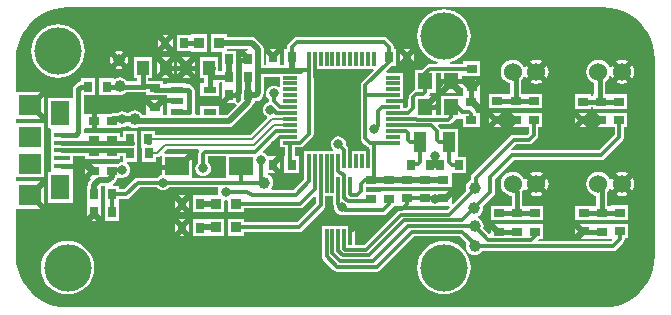
<source format=gtl>
G04 Layer_Physical_Order=1*
G04 Layer_Color=255*
%FSLAX25Y25*%
%MOIN*%
G70*
G01*
G75*
%ADD10R,0.07874X0.06299*%
%ADD11R,0.01181X0.04724*%
%ADD12R,0.04724X0.01181*%
%ADD13R,0.01181X0.05512*%
%ADD14R,0.04724X0.05512*%
%ADD15R,0.03937X0.07087*%
%ADD16R,0.04331X0.02362*%
%ADD17C,0.03937*%
%ADD18R,0.05315X0.01575*%
%ADD19R,0.06299X0.08268*%
%ADD20R,0.07480X0.07087*%
%ADD21R,0.03937X0.05118*%
%ADD22R,0.03543X0.02756*%
%ADD23R,0.02756X0.03543*%
%ADD24R,0.03347X0.03740*%
%ADD25C,0.01575*%
%ADD26C,0.01772*%
%ADD27C,0.01181*%
%ADD28C,0.01968*%
%ADD29C,0.01500*%
%ADD30C,0.03543*%
%ADD31C,0.00787*%
%ADD32R,0.01460X0.00532*%
%ADD33C,0.06000*%
%ADD34C,0.15748*%
%ADD35C,0.03150*%
%ADD36C,0.02362*%
G36*
X180783Y86641D02*
X182989Y86202D01*
X185120Y85479D01*
X187138Y84483D01*
X189009Y83233D01*
X190701Y81750D01*
X192184Y80058D01*
X193434Y78187D01*
X194429Y76169D01*
X195153Y74039D01*
X195592Y71832D01*
X195735Y69640D01*
X195725Y69587D01*
Y3937D01*
X195735Y3884D01*
X195592Y1692D01*
X195153Y-515D01*
X194429Y-2646D01*
X193434Y-4664D01*
X192184Y-6535D01*
X190701Y-8226D01*
X189009Y-9710D01*
X187138Y-10960D01*
X185120Y-11955D01*
X182989Y-12678D01*
X180783Y-13117D01*
X178591Y-13261D01*
X178537Y-13250D01*
X0D01*
X-53Y-13261D01*
X-2245Y-13117D01*
X-4452Y-12678D01*
X-6583Y-11955D01*
X-8601Y-10960D01*
X-10472Y-9710D01*
X-12163Y-8226D01*
X-13647Y-6535D01*
X-14897Y-4664D01*
X-15892Y-2646D01*
X-16615Y-515D01*
X-17054Y1692D01*
X-17198Y3884D01*
X-17187Y3937D01*
Y19669D01*
X-9174D01*
X-13010Y23505D01*
X-12303Y24213D01*
X-13010Y24920D01*
X-9174Y28756D01*
X-17187D01*
Y30102D01*
X-7760D01*
Y39158D01*
Y48244D01*
X-17187D01*
Y49591D01*
X-9174D01*
X-13010Y53427D01*
X-12303Y54134D01*
X-13010Y54841D01*
X-9174Y58677D01*
X-17187D01*
Y69587D01*
X-17198Y69640D01*
X-17054Y71832D01*
X-16615Y74039D01*
X-15892Y76169D01*
X-14897Y78187D01*
X-13647Y80058D01*
X-12163Y81750D01*
X-10472Y83233D01*
X-8601Y84483D01*
X-6583Y85479D01*
X-4452Y86202D01*
X-2245Y86641D01*
X-53Y86785D01*
X0Y86774D01*
X178537D01*
X178591Y86785D01*
X180783Y86641D01*
D02*
G37*
%LPC*%
G36*
X143307Y48232D02*
X141950Y46874D01*
X144665D01*
X143307Y48232D01*
D02*
G37*
G36*
X171803Y48159D02*
X170446Y46802D01*
X173161D01*
X171803Y48159D01*
D02*
G37*
G36*
X169032Y50143D02*
Y48216D01*
X169995Y49180D01*
X169032Y50143D01*
D02*
G37*
G36*
X175084Y50117D02*
Y48190D01*
X176048Y49154D01*
X175084Y50117D01*
D02*
G37*
G36*
X5890Y33287D02*
Y31359D01*
X6854Y32323D01*
X5890Y33287D01*
D02*
G37*
G36*
X188309Y30005D02*
X186257Y27953D01*
X188309Y25900D01*
X188337Y25936D01*
X188740Y26908D01*
X188877Y27953D01*
X188740Y28997D01*
X188337Y29970D01*
X188309Y30005D01*
D02*
G37*
G36*
X159766D02*
X157713Y27953D01*
X159766Y25900D01*
X159793Y25936D01*
X160196Y26908D01*
X160334Y27953D01*
X160196Y28997D01*
X159793Y29970D01*
X159766Y30005D01*
D02*
G37*
G36*
X184843Y31987D02*
X183798Y31850D01*
X182825Y31447D01*
X182790Y31420D01*
X184843Y29367D01*
X186895Y31420D01*
X186860Y31447D01*
X185887Y31850D01*
X184843Y31987D01*
D02*
G37*
G36*
X156299D02*
X155255Y31850D01*
X154282Y31447D01*
X154247Y31420D01*
X156299Y29367D01*
X158352Y31420D01*
X158317Y31447D01*
X157343Y31850D01*
X156299Y31987D01*
D02*
G37*
G36*
X174575Y50143D02*
X173611Y49180D01*
X174575Y48216D01*
Y50143D01*
D02*
G37*
G36*
X144665Y51630D02*
X141950D01*
X143307Y50273D01*
X144665Y51630D01*
D02*
G37*
G36*
X173161Y51558D02*
X170446D01*
X171803Y50200D01*
X173161Y51558D01*
D02*
G37*
G36*
X125394Y86082D02*
X123654Y85911D01*
X121981Y85404D01*
X120440Y84579D01*
X119088Y83471D01*
X117980Y82119D01*
X117156Y80578D01*
X116648Y78905D01*
X116477Y77165D01*
X116648Y75426D01*
X117156Y73753D01*
X117980Y72211D01*
X119088Y70860D01*
X120440Y69751D01*
X121981Y68927D01*
X123326Y68519D01*
X123252Y68019D01*
X120827D01*
X120206Y67896D01*
X119680Y67544D01*
X118145Y66009D01*
X118047Y65862D01*
X115929D01*
Y59427D01*
X115654Y59372D01*
X115127Y59021D01*
X114109Y58003D01*
X113758Y57476D01*
X113634Y56856D01*
Y53964D01*
X112867Y53197D01*
X111728D01*
Y57858D01*
Y61795D01*
Y64976D01*
X106407D01*
X106216Y65438D01*
X108085Y67307D01*
X109406D01*
Y72850D01*
X108649D01*
Y73681D01*
X108526Y74302D01*
X108174Y74828D01*
X106462Y76540D01*
X105936Y76892D01*
X105315Y77015D01*
X76476D01*
X75856Y76892D01*
X75330Y76540D01*
X73519Y74729D01*
X73167Y74203D01*
X73044Y73583D01*
Y72850D01*
X72287D01*
Y67710D01*
X70823D01*
Y71436D01*
X69152Y69765D01*
X68445Y70472D01*
X67738Y69765D01*
X66067Y71436D01*
Y67710D01*
X65409D01*
Y72933D01*
X65255Y73707D01*
X64816Y74364D01*
X62848Y76332D01*
X62191Y76771D01*
X61417Y76925D01*
X53067D01*
Y77772D01*
X47721D01*
Y72031D01*
X51500D01*
Y66815D01*
X51500D01*
X51500Y66354D01*
X51500D01*
Y65405D01*
X50193D01*
Y70291D01*
X44256D01*
Y63173D01*
X45510D01*
Y61491D01*
X44276D01*
Y57129D01*
X50606D01*
Y61491D01*
X50995Y61760D01*
X51500D01*
Y60850D01*
X51500Y60811D01*
Y60350D01*
X51500Y60311D01*
Y56221D01*
X53171Y57892D01*
X54585Y56478D01*
X52914Y54807D01*
X55766D01*
X55938Y54807D01*
X56322Y54374D01*
X56317Y54257D01*
X53001Y50940D01*
X50606D01*
Y54011D01*
X44276D01*
Y50940D01*
X42740D01*
X42356Y51440D01*
X42434Y51830D01*
Y58898D01*
X42287Y59634D01*
X41871Y60258D01*
X41459Y60670D01*
X40835Y61087D01*
X40099Y61233D01*
X39583D01*
Y61491D01*
X33252D01*
Y61133D01*
X31807D01*
Y62197D01*
X28227D01*
X28031Y62236D01*
X28031Y62236D01*
X26842D01*
Y63173D01*
X27988D01*
Y70291D01*
X22051D01*
Y63173D01*
X23197D01*
Y62157D01*
X19742D01*
X19440Y62550D01*
X18820Y63026D01*
X18098Y63325D01*
X17323Y63427D01*
X16548Y63325D01*
X15870Y63044D01*
X15370Y63106D01*
Y63106D01*
X10614D01*
Y57563D01*
X15370D01*
Y57625D01*
X15504Y57690D01*
X15870Y57822D01*
X16548Y57541D01*
X17323Y57439D01*
X18098Y57541D01*
X18820Y57840D01*
X19440Y58316D01*
X19591Y58512D01*
X24496D01*
X25000Y58412D01*
X25736Y58558D01*
X25764Y58577D01*
X26264Y58478D01*
Y57441D01*
X31807D01*
Y57488D01*
X33252D01*
Y53389D01*
Y50940D01*
X32191D01*
X31807Y51221D01*
X31807Y51440D01*
Y54562D01*
X30136Y52891D01*
X29035Y53992D01*
X27935Y52891D01*
X26264Y54562D01*
Y51440D01*
X26264Y51221D01*
X25880Y50940D01*
X24909D01*
X24460Y51527D01*
X23840Y52002D01*
X23118Y52302D01*
X22343Y52404D01*
X21568Y52302D01*
X20845Y52002D01*
X20225Y51527D01*
X19735Y51657D01*
X19606Y51757D01*
X18979Y52016D01*
X18307Y52105D01*
X17635Y52016D01*
X17009Y51757D01*
X16714Y51531D01*
X15295D01*
X14521Y51377D01*
X14340Y51256D01*
X11933D01*
X11894Y51256D01*
X11433D01*
X11394Y51256D01*
X5964D01*
X5890Y51256D01*
X5464Y51436D01*
Y57563D01*
X9150D01*
Y63106D01*
X4394D01*
Y62123D01*
X3867Y62018D01*
X3276Y61623D01*
X3276Y61623D01*
X2353Y60701D01*
X1958Y60110D01*
X1819Y59412D01*
X1819Y59412D01*
Y57155D01*
X1689Y56709D01*
X1319Y56709D01*
X-6610D01*
Y46441D01*
X-5959D01*
X-5626Y46079D01*
X-5626Y45941D01*
Y42504D01*
Y39945D01*
Y37386D01*
Y34827D01*
Y32405D01*
X-5626Y32268D01*
X-5959Y31905D01*
X-6610D01*
Y21638D01*
X1689D01*
Y31768D01*
X1689Y31905D01*
Y32268D01*
X1689Y32405D01*
Y37389D01*
X5169D01*
X5179Y37387D01*
X5189Y37389D01*
X5890D01*
Y36165D01*
X11433D01*
Y36165D01*
X11894D01*
Y36165D01*
X17437D01*
Y37389D01*
X18429D01*
Y35664D01*
X18332Y35277D01*
X18005Y35136D01*
X17635Y35087D01*
X17009Y34828D01*
X16843Y34701D01*
X11894D01*
Y34701D01*
X11433D01*
Y34701D01*
X7304D01*
X8975Y33030D01*
X8268Y32323D01*
X8975Y31616D01*
X7304Y29945D01*
X7631D01*
X7823Y29483D01*
X7270Y28931D01*
X6832Y28274D01*
X6678Y27500D01*
Y27279D01*
X6323D01*
Y21776D01*
X6323Y21736D01*
Y21276D01*
X6323Y21236D01*
Y17146D01*
X7994Y18817D01*
X8701Y18110D01*
X9408Y18817D01*
X11079Y17146D01*
Y21236D01*
X11079Y21276D01*
Y21736D01*
X11079Y21776D01*
Y27017D01*
X11173Y27111D01*
X12543D01*
Y21736D01*
X12543D01*
Y21276D01*
X12543D01*
Y15732D01*
X17299D01*
Y21276D01*
X17299D01*
Y21736D01*
X17299D01*
Y22857D01*
X19488D01*
X20109Y22980D01*
X20635Y23332D01*
X24056Y26753D01*
X29867D01*
X30053Y26510D01*
X30591Y26097D01*
X31218Y25838D01*
X31890Y25749D01*
X32562Y25838D01*
X33188Y26097D01*
X33726Y26510D01*
X33913Y26753D01*
X50013D01*
X50308Y26253D01*
X50149Y25869D01*
X50060Y25197D01*
X50122Y24728D01*
X49787Y24228D01*
X46736D01*
Y24228D01*
X46630Y24130D01*
X41874D01*
Y18587D01*
X46630D01*
X46736Y18488D01*
Y18488D01*
X52083D01*
Y22296D01*
X52459Y22626D01*
X52658Y22600D01*
X52929Y22636D01*
X53429Y22212D01*
Y18488D01*
X58776D01*
Y19737D01*
X77559D01*
X78180Y19860D01*
X78706Y20211D01*
X82267Y23773D01*
X82729Y23581D01*
Y21439D01*
X76395Y15106D01*
X58776D01*
Y16354D01*
X53429D01*
Y10614D01*
X58776D01*
Y11863D01*
X77067D01*
X77688Y11986D01*
X78214Y12337D01*
X85497Y19621D01*
X85849Y20147D01*
X85972Y20768D01*
Y23803D01*
X88634D01*
Y21358D01*
X88758Y20738D01*
X88899Y20526D01*
X88840Y20079D01*
X88929Y19407D01*
X89188Y18780D01*
X89601Y18242D01*
X90139Y17830D01*
X90765Y17570D01*
X91437Y17482D01*
X92109Y17570D01*
X92212Y17613D01*
X92421Y17571D01*
X105118D01*
X105739Y17695D01*
X106265Y18046D01*
X108430Y20212D01*
X108726Y20653D01*
X110032D01*
X110055Y20653D01*
X110539Y20693D01*
X116020D01*
X116059Y20693D01*
X116520Y20693D01*
X116559Y20693D01*
X122024D01*
X122063Y20693D01*
X122524Y20693D01*
X122563Y20693D01*
X127293D01*
X127485Y20231D01*
X126581Y19327D01*
X111308D01*
X110687Y19204D01*
X110161Y18852D01*
X98935Y7626D01*
X95784D01*
Y12578D01*
X94900Y11694D01*
X93815Y12779D01*
Y13438D01*
X94369Y13992D01*
X84728D01*
Y10786D01*
X84697Y10630D01*
Y3740D01*
X84821Y3119D01*
X85172Y2593D01*
X88628Y-862D01*
X89154Y-1214D01*
X89775Y-1338D01*
X103040D01*
X103661Y-1214D01*
X104187Y-862D01*
X115490Y10441D01*
X130770D01*
X132911Y8299D01*
X132771Y7960D01*
X132669Y7185D01*
X132771Y6410D01*
X133070Y5688D01*
X133546Y5068D01*
X134166Y4592D01*
X134888Y4293D01*
X135663Y4191D01*
X136438Y4293D01*
X137160Y4592D01*
X137780Y5068D01*
X138160Y5563D01*
X181693D01*
X182314Y5687D01*
X182840Y6038D01*
X185202Y8400D01*
X185553Y8927D01*
X185677Y9547D01*
Y9768D01*
X186827D01*
Y14524D01*
X181283D01*
Y14520D01*
X180823Y14425D01*
X180783Y14425D01*
X175303D01*
X174819Y14465D01*
X174796Y14465D01*
X170690D01*
X172361Y12794D01*
X171653Y12087D01*
X172361Y11379D01*
X170690Y9709D01*
X174796D01*
X175279Y9669D01*
X175303Y9669D01*
X180823D01*
Y9673D01*
X181283Y9768D01*
X181329Y9768D01*
X181520Y9306D01*
X181021Y8807D01*
X157029D01*
X156838Y9269D01*
X156954Y9385D01*
X157144Y9669D01*
X158579D01*
Y14425D01*
X153035D01*
Y14425D01*
X152575Y14425D01*
Y14425D01*
X147031D01*
Y14425D01*
X146669D01*
Y14425D01*
X142540D01*
X144211Y12754D01*
X142797Y11340D01*
X141126Y13011D01*
Y11481D01*
X140626Y11274D01*
X138576Y13324D01*
X138657Y13943D01*
X138555Y14718D01*
X138256Y15440D01*
X137780Y16060D01*
X137160Y16536D01*
X136769Y16698D01*
Y17239D01*
X137127Y17387D01*
X137747Y17863D01*
X138223Y18483D01*
X138522Y19205D01*
X138624Y19980D01*
X138542Y20599D01*
X141993Y24050D01*
X142345Y24576D01*
X142468Y25197D01*
Y29545D01*
X148802Y35878D01*
X177756D01*
X178376Y36002D01*
X178903Y36353D01*
X185103Y42554D01*
X185455Y43080D01*
X185578Y43701D01*
Y46776D01*
X186630D01*
Y51531D01*
X181127D01*
X181087Y51531D01*
X180627Y51531D01*
X180587Y51531D01*
X176498D01*
X178169Y49861D01*
X177462Y49154D01*
X178169Y48446D01*
X176498Y46776D01*
X180587D01*
X180627Y46776D01*
X181087Y46776D01*
X181127Y46776D01*
X182335D01*
Y44372D01*
X177084Y39122D01*
X148185D01*
X148082Y39251D01*
X147953Y39596D01*
X149451Y41095D01*
X153740D01*
X154361Y41218D01*
X154887Y41570D01*
X156462Y43145D01*
X156813Y43671D01*
X156937Y44291D01*
Y46874D01*
X158087D01*
Y51630D01*
X152611D01*
X152122Y51656D01*
X152054Y51656D01*
X147993D01*
X149664Y49985D01*
X148957Y49278D01*
X149664Y48571D01*
X147993Y46900D01*
X152054D01*
X152543Y46874D01*
X152611Y46874D01*
X153693D01*
Y44963D01*
X153068Y44338D01*
X148779D01*
X148159Y44215D01*
X147633Y43863D01*
X134975Y31206D01*
X134624Y30680D01*
X134500Y30059D01*
Y29306D01*
X134166Y29168D01*
X133546Y28692D01*
X133070Y28072D01*
X132771Y27350D01*
X132669Y26575D01*
X132771Y25800D01*
X132854Y25600D01*
X128529Y21275D01*
X128067Y21466D01*
Y24035D01*
X126396Y22364D01*
X124982Y23778D01*
X126653Y25449D01*
X122563D01*
X122524Y25449D01*
X122063Y25449D01*
X122024Y25449D01*
X116559D01*
X116520Y25449D01*
X116059Y25449D01*
X116020Y25449D01*
X110539D01*
X110516Y25449D01*
X110032Y25409D01*
X104512D01*
Y25409D01*
X104051Y25350D01*
Y25350D01*
X99474D01*
X99358Y25492D01*
Y26815D01*
X104036D01*
X104051Y26815D01*
Y26815D01*
X104512Y26874D01*
Y26874D01*
X110032D01*
X110055Y26874D01*
Y26874D01*
X110516Y26913D01*
Y26913D01*
X116059D01*
Y26913D01*
X116520Y26913D01*
Y26913D01*
X122063D01*
Y26913D01*
X122524Y26913D01*
Y26913D01*
X128067D01*
Y30992D01*
X128094Y31480D01*
X128489Y31480D01*
X132850D01*
Y37024D01*
X130623D01*
X130232Y37287D01*
Y46374D01*
X124441D01*
X124277Y46619D01*
X123581Y47315D01*
X123772Y47777D01*
X126957D01*
X127578Y47900D01*
X128104Y48252D01*
X129100Y49247D01*
X129395Y49689D01*
X131315D01*
Y49689D01*
X131776Y49594D01*
Y46776D01*
X137319D01*
Y51531D01*
X136119D01*
X136046Y51900D01*
X135694Y52426D01*
X135586Y52534D01*
X135777Y52996D01*
X135905D01*
X134234Y54667D01*
X135648Y56081D01*
X137319Y54410D01*
Y57340D01*
X137417Y57799D01*
X137417Y58211D01*
Y61141D01*
X135747Y59470D01*
X134646Y60571D01*
X133545Y59470D01*
X131874Y61141D01*
Y58211D01*
X131776Y57752D01*
X131776Y57296D01*
X131315Y57201D01*
Y57201D01*
X124591D01*
Y51020D01*
X122653D01*
Y55787D01*
X119998Y53131D01*
X118584Y54546D01*
X121239Y57201D01*
X120800D01*
X120562Y57701D01*
X120790Y58041D01*
X120851Y58350D01*
X122653D01*
Y64776D01*
X124591D01*
Y59765D01*
X127246Y62420D01*
X127953Y61713D01*
X128660Y62420D01*
X131315Y59765D01*
Y64776D01*
X131874D01*
Y64020D01*
X137417D01*
Y68776D01*
X131874D01*
Y68019D01*
X127536D01*
X127462Y68519D01*
X128806Y68927D01*
X130348Y69751D01*
X131699Y70860D01*
X132808Y72211D01*
X133632Y73753D01*
X134139Y75426D01*
X134311Y77165D01*
X134139Y78905D01*
X133632Y80578D01*
X132808Y82119D01*
X131699Y83471D01*
X130348Y84579D01*
X128806Y85404D01*
X127133Y85911D01*
X125394Y86082D01*
D02*
G37*
G36*
X-7760Y57263D02*
X-10889Y54134D01*
X-7760Y51005D01*
Y57263D01*
D02*
G37*
G36*
X143307Y49646D02*
X142913Y49252D01*
X143307Y48858D01*
X143701Y49252D01*
X143307Y49646D01*
D02*
G37*
G36*
X140535Y50216D02*
Y48288D01*
X141499Y49252D01*
X140535Y50216D01*
D02*
G37*
G36*
X146079Y50216D02*
X145115Y49252D01*
X146079Y48288D01*
Y50216D01*
D02*
G37*
G36*
X171803Y49573D02*
X171410Y49180D01*
X171803Y48786D01*
X172197Y49180D01*
X171803Y49573D01*
D02*
G37*
G36*
X146579Y50242D02*
Y48314D01*
X147543Y49278D01*
X146579Y50242D01*
D02*
G37*
G36*
X176969Y31987D02*
X175924Y31850D01*
X174951Y31447D01*
X174116Y30806D01*
X173475Y29970D01*
X173072Y28997D01*
X172934Y27953D01*
X173072Y26908D01*
X173475Y25936D01*
X174116Y25100D01*
X174951Y24459D01*
X175924Y24056D01*
X176267Y24011D01*
Y20646D01*
X175279D01*
Y20646D01*
X174819Y20685D01*
Y20685D01*
X174796Y20685D01*
X169276D01*
Y15929D01*
X174819D01*
Y15929D01*
X175279Y15890D01*
Y15890D01*
X175303Y15890D01*
X180823D01*
Y15893D01*
X181283Y15988D01*
Y15988D01*
X186827D01*
Y20744D01*
X181283D01*
Y20741D01*
X180823Y20646D01*
Y20646D01*
X179835D01*
Y25118D01*
X180463Y25936D01*
X180635Y26352D01*
X181176D01*
X181349Y25936D01*
X181376Y25900D01*
X183428Y27953D01*
X181376Y30005D01*
X181349Y29970D01*
X181176Y29554D01*
X180635D01*
X180463Y29970D01*
X179821Y30806D01*
X178986Y31447D01*
X178013Y31850D01*
X176969Y31987D01*
D02*
G37*
G36*
X40409Y14743D02*
X39052Y13386D01*
X40409Y12028D01*
Y14743D01*
D02*
G37*
G36*
X35653Y14743D02*
Y12028D01*
X37011Y13386D01*
X35653Y14743D01*
D02*
G37*
G36*
X38995Y16158D02*
X37068D01*
X38032Y15194D01*
X38995Y16158D01*
D02*
G37*
G36*
X38032Y13780D02*
X37638Y13386D01*
X38032Y12992D01*
X38425Y13386D01*
X38032Y13780D01*
D02*
G37*
G36*
X169276Y13050D02*
Y11123D01*
X170239Y12087D01*
X169276Y13050D01*
D02*
G37*
G36*
X125394Y8917D02*
X123654Y8746D01*
X121981Y8238D01*
X120440Y7414D01*
X119088Y6305D01*
X117980Y4954D01*
X117156Y3412D01*
X116648Y1740D01*
X116477Y0D01*
X116648Y-1740D01*
X117156Y-3412D01*
X117980Y-4954D01*
X119088Y-6305D01*
X120440Y-7414D01*
X121981Y-8238D01*
X123654Y-8746D01*
X125394Y-8917D01*
X127133Y-8746D01*
X128806Y-8238D01*
X130348Y-7414D01*
X131699Y-6305D01*
X132808Y-4954D01*
X133632Y-3412D01*
X134139Y-1740D01*
X134311Y0D01*
X134139Y1740D01*
X133632Y3412D01*
X132808Y4954D01*
X131699Y6305D01*
X130348Y7414D01*
X128806Y8238D01*
X127133Y8746D01*
X125394Y8917D01*
D02*
G37*
G36*
X0D02*
X-1740Y8746D01*
X-3412Y8238D01*
X-4954Y7414D01*
X-6305Y6305D01*
X-7414Y4954D01*
X-8238Y3412D01*
X-8746Y1740D01*
X-8917Y0D01*
X-8746Y-1740D01*
X-8238Y-3412D01*
X-7414Y-4954D01*
X-6305Y-6305D01*
X-4954Y-7414D01*
X-3412Y-8238D01*
X-1740Y-8746D01*
X0Y-8917D01*
X1740Y-8746D01*
X3412Y-8238D01*
X4954Y-7414D01*
X6305Y-6305D01*
X7414Y-4954D01*
X8238Y-3412D01*
X8746Y-1740D01*
X8917Y0D01*
X8746Y1740D01*
X8238Y3412D01*
X7414Y4954D01*
X6305Y6305D01*
X4954Y7414D01*
X3412Y8238D01*
X1740Y8746D01*
X0Y8917D01*
D02*
G37*
G36*
X38032Y11578D02*
X37068Y10614D01*
X38995D01*
X38032Y11578D01*
D02*
G37*
G36*
X52083Y16354D02*
X46736D01*
X46630Y16158D01*
X41874D01*
Y10614D01*
X46630D01*
Y10614D01*
X46736D01*
Y10614D01*
X52083D01*
Y16354D01*
D02*
G37*
G36*
X8701Y16696D02*
X7737Y15732D01*
X9664D01*
X8701Y16696D01*
D02*
G37*
G36*
X156299Y26539D02*
X154247Y24486D01*
X154282Y24459D01*
X155255Y24056D01*
X156299Y23918D01*
X157343Y24056D01*
X158317Y24459D01*
X158352Y24486D01*
X156299Y26539D01*
D02*
G37*
G36*
X38995Y24130D02*
X37068D01*
X38032Y23166D01*
X38995Y24130D01*
D02*
G37*
G36*
X148425Y31987D02*
X147381Y31850D01*
X146408Y31447D01*
X145572Y30806D01*
X144931Y29970D01*
X144528Y28997D01*
X144391Y27953D01*
X144528Y26908D01*
X144931Y25936D01*
X145572Y25100D01*
X146408Y24459D01*
X147381Y24056D01*
X148019Y23972D01*
Y20646D01*
X147031D01*
Y20646D01*
X146669D01*
Y20646D01*
X141126D01*
Y15890D01*
X146669D01*
Y15890D01*
X147031D01*
Y15890D01*
X152575D01*
Y15890D01*
X153035Y15890D01*
Y15890D01*
X158579D01*
Y20646D01*
X153035D01*
Y20646D01*
X152575Y20646D01*
Y20646D01*
X151587D01*
Y25357D01*
X151587Y25357D01*
X151564Y25473D01*
X151919Y25936D01*
X152092Y26352D01*
X152633D01*
X152805Y25936D01*
X152832Y25900D01*
X154885Y27953D01*
X152832Y30005D01*
X152805Y29970D01*
X152633Y29554D01*
X152092D01*
X151919Y29970D01*
X151278Y30806D01*
X150443Y31447D01*
X149469Y31850D01*
X148425Y31987D01*
D02*
G37*
G36*
X184843Y26539D02*
X182790Y24486D01*
X182825Y24459D01*
X183798Y24056D01*
X184843Y23918D01*
X185887Y24056D01*
X186860Y24459D01*
X186895Y24486D01*
X184843Y26539D01*
D02*
G37*
G36*
X-7760Y27342D02*
X-10889Y24213D01*
X-7760Y21083D01*
Y27342D01*
D02*
G37*
G36*
X35653Y22716D02*
Y20001D01*
X37011Y21358D01*
X35653Y22716D01*
D02*
G37*
G36*
X38032Y19550D02*
X37068Y18587D01*
X38995D01*
X38032Y19550D01*
D02*
G37*
G36*
Y21752D02*
X37638Y21358D01*
X38032Y20965D01*
X38425Y21358D01*
X38032Y21752D01*
D02*
G37*
G36*
X40409Y22716D02*
X39052Y21358D01*
X40409Y20001D01*
Y22716D01*
D02*
G37*
G36*
X30393Y55976D02*
X27678D01*
X29035Y54619D01*
X30393Y55976D01*
D02*
G37*
G36*
X14440Y70563D02*
X14234Y70066D01*
X14132Y69291D01*
X14234Y68516D01*
X14440Y68019D01*
X15712Y69291D01*
X14440Y70563D01*
D02*
G37*
G36*
X19812D02*
X18540Y69291D01*
X19812Y68019D01*
X20018Y68516D01*
X20120Y69291D01*
X20018Y70066D01*
X19812Y70563D01*
D02*
G37*
G36*
X110870Y71436D02*
Y68721D01*
X112227Y70079D01*
X110870Y71436D01*
D02*
G37*
G36*
X34212Y70291D02*
X31103D01*
X32658Y68737D01*
X34212Y70291D01*
D02*
G37*
G36*
X115626Y71436D02*
X114269Y70079D01*
X115626Y68721D01*
Y71436D01*
D02*
G37*
G36*
X17126Y67877D02*
X15854Y66605D01*
X16351Y66399D01*
X17126Y66297D01*
X17901Y66399D01*
X18398Y66605D01*
X17126Y67877D01*
D02*
G37*
G36*
X39587Y67323D02*
X38996Y66732D01*
X39587Y66142D01*
X40177Y66732D01*
X39587Y67323D01*
D02*
G37*
G36*
X156299Y69389D02*
X155255Y69251D01*
X154282Y68848D01*
X154247Y68821D01*
X156299Y66769D01*
X158352Y68821D01*
X158317Y68848D01*
X157343Y69251D01*
X156299Y69389D01*
D02*
G37*
G36*
X113248Y68271D02*
X112284Y67307D01*
X114212D01*
X113248Y68271D01*
D02*
G37*
G36*
X184843Y69389D02*
X183798Y69251D01*
X182825Y68848D01*
X182790Y68821D01*
X184843Y66769D01*
X186895Y68821D01*
X186860Y68848D01*
X185887Y69251D01*
X184843Y69389D01*
D02*
G37*
G36*
X41141Y70291D02*
X38032D01*
X39587Y68737D01*
X41141Y70291D01*
D02*
G37*
G36*
X30240Y76259D02*
Y73544D01*
X31598Y74902D01*
X30240Y76259D01*
D02*
G37*
G36*
X32618Y73094D02*
X31654Y72130D01*
X33582D01*
X32618Y73094D01*
D02*
G37*
G36*
X34996Y76259D02*
X33639Y74902D01*
X34996Y73544D01*
Y76259D01*
D02*
G37*
G36*
X33582Y77673D02*
X31655D01*
X32618Y76710D01*
X33582Y77673D01*
D02*
G37*
G36*
X32618Y75295D02*
X32224Y74902D01*
X32618Y74508D01*
X33012Y74902D01*
X32618Y75295D01*
D02*
G37*
G36*
X17126Y72285D02*
X16351Y72183D01*
X15854Y71978D01*
X17126Y70706D01*
X18398Y71978D01*
X17901Y72183D01*
X17126Y72285D01*
D02*
G37*
G36*
X113248Y70472D02*
X112854Y70079D01*
X113248Y69685D01*
X113642Y70079D01*
X113248Y70472D01*
D02*
G37*
G36*
X114212Y72850D02*
X112284D01*
X113248Y71887D01*
X114212Y72850D01*
D02*
G37*
G36*
X46374Y77772D02*
X41028D01*
Y77673D01*
X36461D01*
Y72130D01*
X41028D01*
Y72031D01*
X46374D01*
Y77772D01*
D02*
G37*
G36*
X69409Y72850D02*
X67481D01*
X68445Y71887D01*
X69409Y72850D01*
D02*
G37*
G36*
X148425Y69389D02*
X147381Y69251D01*
X146408Y68848D01*
X145572Y68207D01*
X144931Y67372D01*
X144528Y66399D01*
X144391Y65354D01*
X144528Y64310D01*
X144931Y63337D01*
X145572Y62502D01*
X146408Y61860D01*
X147381Y61457D01*
X147566Y61433D01*
Y57877D01*
X146579D01*
Y57270D01*
X146079D01*
Y57850D01*
X140535D01*
Y53095D01*
X146079D01*
Y53701D01*
X146579D01*
Y53121D01*
X152122D01*
Y53121D01*
X152543Y53095D01*
Y53095D01*
X152611Y53095D01*
X158087D01*
Y57850D01*
X152543D01*
Y57850D01*
X152122Y57877D01*
Y57877D01*
X152054Y57877D01*
X151135D01*
Y62392D01*
X151278Y62502D01*
X151919Y63337D01*
X152092Y63753D01*
X152633D01*
X152805Y63337D01*
X152832Y63302D01*
X154885Y65354D01*
X152832Y67407D01*
X152805Y67372D01*
X152633Y66955D01*
X152092D01*
X151919Y67372D01*
X151278Y68207D01*
X150443Y68848D01*
X149469Y69251D01*
X148425Y69389D01*
D02*
G37*
G36*
X39587Y64727D02*
X38032Y63173D01*
X41141D01*
X39587Y64727D01*
D02*
G37*
G36*
X176969Y69389D02*
X175924Y69251D01*
X174951Y68848D01*
X174116Y68207D01*
X173475Y67372D01*
X173072Y66399D01*
X172934Y65354D01*
X173072Y64310D01*
X173475Y63337D01*
X174116Y62502D01*
X174951Y61860D01*
X175628Y61580D01*
Y57752D01*
X175084D01*
Y57171D01*
X174575D01*
Y57778D01*
X169032D01*
Y53022D01*
X174575D01*
Y53603D01*
X175084D01*
Y52996D01*
X180627D01*
Y52996D01*
X181087Y52996D01*
Y52996D01*
X186630D01*
Y57752D01*
X181087D01*
Y57752D01*
X180627Y57752D01*
Y57752D01*
X179196D01*
Y62022D01*
X179821Y62502D01*
X180463Y63337D01*
X180635Y63753D01*
X181176D01*
X181349Y63337D01*
X181376Y63302D01*
X183428Y65354D01*
X181376Y67407D01*
X181349Y67372D01*
X181176Y66955D01*
X180635D01*
X180463Y67372D01*
X179821Y68207D01*
X178986Y68848D01*
X178013Y69251D01*
X176969Y69389D01*
D02*
G37*
G36*
X188309Y67407D02*
X186257Y65354D01*
X188309Y63302D01*
X188337Y63337D01*
X188740Y64310D01*
X188877Y65354D01*
X188740Y66399D01*
X188337Y67372D01*
X188309Y67407D01*
D02*
G37*
G36*
X159766D02*
X157713Y65354D01*
X159766Y63302D01*
X159793Y63337D01*
X160196Y64310D01*
X160334Y65354D01*
X160196Y66399D01*
X159793Y67372D01*
X159766Y67407D01*
D02*
G37*
G36*
X136003Y62555D02*
X133288D01*
X134646Y61198D01*
X136003Y62555D01*
D02*
G37*
G36*
X127953Y60298D02*
X126005Y58350D01*
X129901D01*
X127953Y60298D01*
D02*
G37*
G36*
X156299Y63940D02*
X154247Y61888D01*
X154282Y61860D01*
X155255Y61457D01*
X156299Y61320D01*
X157343Y61457D01*
X158317Y61860D01*
X158352Y61888D01*
X156299Y63940D01*
D02*
G37*
G36*
X32658Y64727D02*
X31103Y63173D01*
X34212D01*
X32658Y64727D01*
D02*
G37*
G36*
X184843Y63940D02*
X182790Y61888D01*
X182825Y61860D01*
X183798Y61457D01*
X184843Y61320D01*
X185887Y61457D01*
X186860Y61860D01*
X186895Y61888D01*
X184843Y63940D01*
D02*
G37*
G36*
X29689Y68877D02*
Y64587D01*
X31834Y66732D01*
X29689Y68877D01*
D02*
G37*
G36*
X42555Y68877D02*
X40410Y66732D01*
X42555Y64587D01*
Y68877D01*
D02*
G37*
G36*
X36618Y68877D02*
Y64587D01*
X38763Y66732D01*
X36618Y68877D01*
D02*
G37*
G36*
X32658Y67323D02*
X32067Y66732D01*
X32658Y66142D01*
X33248Y66732D01*
X32658Y67323D01*
D02*
G37*
G36*
X-3248Y81161D02*
X-4988Y80990D01*
X-6660Y80482D01*
X-8202Y79658D01*
X-9553Y78549D01*
X-10662Y77198D01*
X-11486Y75656D01*
X-11994Y73984D01*
X-12165Y72244D01*
X-11994Y70504D01*
X-11486Y68832D01*
X-10662Y67290D01*
X-9553Y65939D01*
X-8202Y64830D01*
X-6660Y64006D01*
X-4988Y63499D01*
X-3248Y63327D01*
X-1508Y63499D01*
X164Y64006D01*
X1706Y64830D01*
X3057Y65939D01*
X4166Y67290D01*
X4990Y68832D01*
X5498Y70504D01*
X5669Y72244D01*
X5498Y73984D01*
X4990Y75656D01*
X4166Y77198D01*
X3057Y78549D01*
X1706Y79658D01*
X164Y80482D01*
X-1508Y80990D01*
X-3248Y81161D01*
D02*
G37*
G36*
X35626Y68877D02*
X33481Y66732D01*
X35626Y64587D01*
Y68877D01*
D02*
G37*
%LPD*%
G36*
X43888Y38925D02*
X43679Y38613D01*
X43556Y37992D01*
Y35072D01*
X43341Y34907D01*
X42928Y34369D01*
X42669Y33743D01*
X42580Y33071D01*
X42669Y32399D01*
X42928Y31772D01*
X43341Y31234D01*
X43879Y30822D01*
X44505Y30562D01*
X45005Y30496D01*
X44972Y29996D01*
X41453D01*
Y36594D01*
X38010Y33151D01*
X36596Y34565D01*
X40038Y38008D01*
X32403D01*
X32212Y38470D01*
X33167Y39426D01*
X43628D01*
X43888Y38925D01*
D02*
G37*
G36*
X70752Y60373D02*
X70252Y60126D01*
X69999Y60320D01*
X69373Y60579D01*
X68701Y60668D01*
X68029Y60579D01*
X67402Y60320D01*
X66864Y59907D01*
X66452Y59369D01*
X66192Y58743D01*
X66104Y58071D01*
X66192Y57399D01*
X66452Y56772D01*
X66864Y56235D01*
X67079Y56070D01*
Y55709D01*
X67135Y55429D01*
X66946Y55166D01*
X66320Y54907D01*
X65782Y54494D01*
X65369Y53956D01*
X65110Y53330D01*
X65021Y52658D01*
X65110Y51985D01*
X65369Y51359D01*
X65782Y50821D01*
X66320Y50408D01*
X66408Y50372D01*
X66505Y49881D01*
X60860Y44236D01*
X29307D01*
Y45587D01*
X24551D01*
Y40043D01*
X24650D01*
Y35319D01*
X29406D01*
Y36768D01*
X29921D01*
X30465Y36876D01*
X30926Y37184D01*
X31117Y37375D01*
X31579Y37184D01*
Y30902D01*
X31218Y30855D01*
X30591Y30595D01*
X30053Y30183D01*
X29910Y29996D01*
X23385D01*
X22764Y29873D01*
X22238Y29522D01*
X18816Y26100D01*
X17299D01*
Y27279D01*
X15197D01*
X15089Y27779D01*
X16096Y28786D01*
X16534Y29442D01*
X16634Y29945D01*
X17437D01*
X17437Y29945D01*
X17937Y30030D01*
X18307Y29982D01*
X18979Y30070D01*
X19606Y30330D01*
X20143Y30742D01*
X20556Y31280D01*
X20816Y31907D01*
X20904Y32579D01*
X20816Y33251D01*
X20556Y33877D01*
X20143Y34415D01*
X19617Y34819D01*
X19613Y34857D01*
X19727Y35319D01*
X23185D01*
Y40862D01*
X23087D01*
Y41451D01*
X23143Y41732D01*
X23087Y42013D01*
Y45587D01*
X18331D01*
Y43517D01*
X17437D01*
Y45035D01*
X11894D01*
Y45035D01*
X11433D01*
Y45035D01*
X5939D01*
X5490Y45204D01*
X5464Y45215D01*
Y46320D01*
X5890Y46500D01*
X5964Y46500D01*
X11394D01*
X11433Y46500D01*
X11894D01*
X11933Y46500D01*
X17437D01*
Y46580D01*
X17937Y46960D01*
X18307Y46911D01*
X18979Y46999D01*
X19606Y47259D01*
X19692Y47325D01*
X20225Y47292D01*
X20845Y46817D01*
X21568Y46517D01*
X22343Y46415D01*
X23118Y46517D01*
X23840Y46817D01*
X23941Y46894D01*
X53839D01*
X54613Y47048D01*
X55269Y47487D01*
X61529Y53747D01*
X61968Y54403D01*
X62048Y54807D01*
X62476D01*
Y55556D01*
X62894D01*
X63668Y55710D01*
X64324Y56148D01*
X64816Y56640D01*
X65255Y57297D01*
X65409Y58071D01*
Y63663D01*
X70752D01*
Y60373D01*
D02*
G37*
G36*
X60134Y72858D02*
X59867Y72358D01*
X59135D01*
X60805Y70687D01*
X59391Y69273D01*
X57721Y70944D01*
Y66815D01*
X57721D01*
X57721Y66354D01*
X57721D01*
Y60811D01*
X57721D01*
Y60350D01*
X57721D01*
Y55660D01*
X56806Y54746D01*
X56689Y54741D01*
X56256Y55125D01*
X56256Y55267D01*
Y60311D01*
X56256Y60350D01*
Y60811D01*
X56256Y60850D01*
Y66354D01*
X56256D01*
X56256Y66815D01*
X56256D01*
Y72358D01*
X53067D01*
Y72878D01*
X60120D01*
X60134Y72858D01*
D02*
G37*
G36*
X102052Y65861D02*
X98153Y61962D01*
X97802Y61436D01*
X97678Y60816D01*
Y57480D01*
Y43121D01*
X97802Y42501D01*
X98153Y41974D01*
X99542Y40586D01*
X100068Y40234D01*
X100445Y40159D01*
Y38795D01*
X93846D01*
Y39173D01*
X93723Y39794D01*
X93371Y40320D01*
X92818Y40874D01*
X92853Y41142D01*
X92764Y41814D01*
X92505Y42440D01*
X92092Y42978D01*
X91554Y43391D01*
X90928Y43650D01*
X90256Y43739D01*
X89584Y43650D01*
X88957Y43391D01*
X88420Y42978D01*
X88007Y42440D01*
X87747Y41814D01*
X87659Y41142D01*
X87747Y40470D01*
X88007Y39843D01*
X88420Y39305D01*
X88433Y39295D01*
X88263Y38795D01*
X78823D01*
Y35590D01*
X78792Y35433D01*
Y29412D01*
X75313Y25933D01*
X68029D01*
X67803Y26433D01*
X68144Y26878D01*
X68443Y27600D01*
X68545Y28375D01*
X68443Y29150D01*
X68144Y29872D01*
X67668Y30492D01*
X67048Y30968D01*
X66780Y31079D01*
X66880Y31579D01*
X69409D01*
X67738Y33250D01*
X68839Y34350D01*
X67738Y35451D01*
X69409Y37122D01*
X66817D01*
X66816Y37125D01*
X66403Y37663D01*
X65865Y38076D01*
X65239Y38335D01*
X65159Y38346D01*
X64980Y38874D01*
X70154Y44048D01*
X70752D01*
Y40142D01*
X72492D01*
Y37122D01*
X72287D01*
Y31579D01*
X77043D01*
Y37122D01*
X75736D01*
Y40111D01*
X77557D01*
X78177Y40234D01*
X78703Y40586D01*
X81560Y43442D01*
X81912Y43968D01*
X82035Y44589D01*
Y65748D01*
Y66323D01*
X101860D01*
X102052Y65861D01*
D02*
G37*
G36*
X52839Y29996D02*
X45382D01*
X45349Y30496D01*
X45849Y30562D01*
X46476Y30822D01*
X47014Y31234D01*
X47426Y31772D01*
X47686Y32399D01*
X47774Y33071D01*
X47686Y33743D01*
X47426Y34369D01*
X47014Y34907D01*
X46799Y35072D01*
Y37081D01*
X52839D01*
Y29996D01*
D02*
G37*
%LPC*%
G36*
X70823Y35708D02*
X69465Y34350D01*
X70823Y32993D01*
Y35708D01*
D02*
G37*
%LPD*%
D10*
X36516Y33858D02*
D03*
X57776D02*
D03*
D11*
X102067Y35433D02*
D03*
X100098D02*
D03*
X98130D02*
D03*
X96161D02*
D03*
X94193D02*
D03*
X92224D02*
D03*
X90256D02*
D03*
X88287D02*
D03*
X86319D02*
D03*
X84350D02*
D03*
X82382D02*
D03*
X80413D02*
D03*
Y69685D02*
D03*
X82382D02*
D03*
X84350D02*
D03*
X86319D02*
D03*
X88287D02*
D03*
X90256D02*
D03*
X92224D02*
D03*
X94193D02*
D03*
X96161D02*
D03*
X98130D02*
D03*
X100098D02*
D03*
X102067D02*
D03*
D12*
X74114Y41732D02*
D03*
Y43701D02*
D03*
Y45669D02*
D03*
Y51575D02*
D03*
Y53543D02*
D03*
Y55512D02*
D03*
Y57480D02*
D03*
Y59449D02*
D03*
Y61417D02*
D03*
Y63386D02*
D03*
X108366D02*
D03*
Y61417D02*
D03*
Y59449D02*
D03*
Y57480D02*
D03*
Y55512D02*
D03*
Y53543D02*
D03*
Y51575D02*
D03*
Y49606D02*
D03*
Y47638D02*
D03*
Y45669D02*
D03*
Y43701D02*
D03*
Y41732D02*
D03*
X74114Y49606D02*
D03*
Y47638D02*
D03*
D13*
X94193Y27559D02*
D03*
X92224D02*
D03*
X90256D02*
D03*
X88287D02*
D03*
X86319D02*
D03*
X94193Y10236D02*
D03*
X92224D02*
D03*
X90256D02*
D03*
X88287D02*
D03*
X86319D02*
D03*
D14*
X127953Y53445D02*
D03*
Y62106D02*
D03*
X119291Y53445D02*
D03*
Y62106D02*
D03*
D15*
X117421Y41831D02*
D03*
X127264D02*
D03*
D16*
X36417Y59310D02*
D03*
X47441D02*
D03*
X36417Y55570D02*
D03*
Y51830D02*
D03*
X47441D02*
D03*
D17*
X135663Y13943D02*
D03*
Y7185D02*
D03*
X135630Y19980D02*
D03*
X135663Y26575D02*
D03*
X65551Y28375D02*
D03*
X17126Y69291D02*
D03*
X22343Y49409D02*
D03*
X17323Y60433D02*
D03*
D18*
X-1969Y39173D02*
D03*
Y41732D02*
D03*
Y36614D02*
D03*
Y44291D02*
D03*
Y34055D02*
D03*
D19*
X-2461Y26772D02*
D03*
Y51575D02*
D03*
D20*
X-12500Y34646D02*
D03*
Y43701D02*
D03*
Y24213D02*
D03*
Y54134D02*
D03*
D21*
X39587Y66732D02*
D03*
X47224D02*
D03*
X32658D02*
D03*
X25020D02*
D03*
D22*
X29035Y53598D02*
D03*
Y59819D02*
D03*
X8661Y38543D02*
D03*
Y32323D02*
D03*
Y48878D02*
D03*
Y42658D02*
D03*
X113287Y23071D02*
D03*
Y29291D02*
D03*
X119291Y23071D02*
D03*
Y29291D02*
D03*
X134646Y60177D02*
D03*
Y66398D02*
D03*
X134547Y49154D02*
D03*
Y55374D02*
D03*
X149803Y18268D02*
D03*
Y12047D02*
D03*
X178051D02*
D03*
Y18268D02*
D03*
X177856Y55374D02*
D03*
Y49154D02*
D03*
X125295Y23071D02*
D03*
Y29291D02*
D03*
X149351Y55499D02*
D03*
Y49278D02*
D03*
X14665Y38543D02*
D03*
Y32323D02*
D03*
Y48878D02*
D03*
Y42658D02*
D03*
X101279Y29193D02*
D03*
Y22972D02*
D03*
X107283Y23031D02*
D03*
Y29252D02*
D03*
X155807Y18268D02*
D03*
Y12047D02*
D03*
X143898Y18268D02*
D03*
Y12047D02*
D03*
X184055Y12146D02*
D03*
Y18366D02*
D03*
X172047Y12087D02*
D03*
Y18307D02*
D03*
X183858Y55374D02*
D03*
Y49154D02*
D03*
X171803Y55400D02*
D03*
Y49180D02*
D03*
X155315Y49252D02*
D03*
Y55472D02*
D03*
X143307Y49252D02*
D03*
Y55472D02*
D03*
D23*
X53878Y69587D02*
D03*
X60098D02*
D03*
X53878Y57579D02*
D03*
X60098D02*
D03*
X74665Y70079D02*
D03*
X68445D02*
D03*
X107028D02*
D03*
X113248D02*
D03*
X74665Y34350D02*
D03*
X68445D02*
D03*
X8701Y18504D02*
D03*
X14921D02*
D03*
X130472Y34252D02*
D03*
X124252D02*
D03*
X120827D02*
D03*
X114606D02*
D03*
X60098Y63583D02*
D03*
X53878D02*
D03*
X38839Y74902D02*
D03*
X32618D02*
D03*
X6772Y60335D02*
D03*
X12992D02*
D03*
X26929Y42815D02*
D03*
X20709D02*
D03*
X20807Y38091D02*
D03*
X27028D02*
D03*
X44252Y21358D02*
D03*
X38032D02*
D03*
Y13386D02*
D03*
X44252D02*
D03*
X8701Y24508D02*
D03*
X14921D02*
D03*
D24*
X43701Y74902D02*
D03*
X50394D02*
D03*
X56102Y21358D02*
D03*
X49409D02*
D03*
Y13484D02*
D03*
X56102D02*
D03*
D25*
X25000Y60335D02*
X25394D01*
X25020Y60433D02*
Y66732D01*
X29134Y59310D02*
X36417D01*
X25000Y60413D02*
X28031D01*
X53878Y69587D02*
X53878Y69587D01*
X47333Y63681D02*
Y66624D01*
Y59418D02*
Y63681D01*
X47431Y63583D01*
X53878D01*
X25000Y60413D02*
X25020Y60433D01*
X12992Y60335D02*
X13071Y60413D01*
X4564Y60335D02*
X6772D01*
X3642Y59412D02*
X4564Y60335D01*
X3642Y45214D02*
Y59412D01*
X2719Y44291D02*
X3642Y45214D01*
X-1969Y44291D02*
X2719D01*
X38839Y74902D02*
X43701D01*
X44094D01*
X36417Y59310D02*
X36417Y59310D01*
X12992Y60335D02*
X25000D01*
X28031Y60413D02*
X29134Y59310D01*
D26*
X25000Y60335D02*
Y60413D01*
X31302Y55865D02*
X36122D01*
X29035Y53598D02*
X31302Y55865D01*
X7323Y34055D02*
X8661Y32717D01*
X-1969Y34055D02*
X7323D01*
X8661Y52067D02*
X9350Y52756D01*
X8661Y48878D02*
Y52067D01*
X53878Y56988D02*
Y57579D01*
X60098Y69390D02*
Y69587D01*
X60000Y69291D02*
X60098Y69390D01*
X57874Y69291D02*
X60000D01*
X56988Y68405D02*
X57874Y69291D01*
X56988Y58661D02*
Y68405D01*
X55807Y57480D02*
X56988Y58661D01*
X53976Y57480D02*
X55807D01*
X53878Y57579D02*
X53976Y57480D01*
X53878Y57579D02*
Y57579D01*
X32658Y66732D02*
X39587D01*
X53780Y56890D02*
X53878Y56988D01*
X172047Y12087D02*
X172067Y12067D01*
X178032D01*
X178051Y12047D01*
X143898D02*
X149803D01*
X171803Y49180D02*
X171817Y49167D01*
X177843D01*
X177856Y49154D01*
X143307Y49252D02*
X143320Y49265D01*
X149337D01*
X149351Y49278D01*
X123809Y34301D02*
X123858Y34252D01*
X121122Y34350D02*
X121171Y34301D01*
X36122Y55865D02*
X36417Y55570D01*
X122524Y34384D02*
Y37402D01*
X122441Y34301D02*
X122524Y34384D01*
X121171Y34301D02*
X122441D01*
X123809D01*
X36319Y51928D02*
X36417Y51830D01*
X134547Y55374D02*
Y60079D01*
X134646Y60177D01*
X119291Y53445D02*
X122638D01*
X123524Y54331D01*
Y60728D01*
X124902Y62106D01*
X127953D01*
X134843Y60374D02*
Y62106D01*
X134646Y60177D02*
X134843Y60374D01*
X127953Y62106D02*
X134843D01*
X29921Y33661D02*
X36319D01*
X36516Y33858D01*
X36417Y51830D02*
X40511D01*
X36417Y59310D02*
X40099D01*
X40511Y51830D02*
Y58898D01*
X40099Y59310D02*
X40511Y58898D01*
X51869Y55570D02*
X53878Y57579D01*
X47638Y55570D02*
X51869D01*
X44331D02*
X47638D01*
X43209Y56693D02*
X44331Y55570D01*
X43209Y56693D02*
Y65847D01*
X42323Y66732D02*
X43209Y65847D01*
X39587Y66732D02*
X42323D01*
X8661Y45866D02*
Y48878D01*
D27*
X14734Y32648D02*
X18238D01*
X88287Y4767D02*
Y10630D01*
X155807Y10531D02*
Y12047D01*
X154626Y9350D02*
X155807Y10531D01*
X140256Y9350D02*
X154626D01*
X131442Y12062D02*
X136319Y7185D01*
X86319Y3740D02*
Y10630D01*
X184055Y9547D02*
Y12146D01*
X181693Y7185D02*
X184055Y9547D01*
X136319Y7185D02*
X181693D01*
X90256Y5582D02*
Y10630D01*
X183957Y43701D02*
Y49154D01*
X177756Y37500D02*
X183957Y43701D01*
X148130Y37500D02*
X177756D01*
X136122Y26575D02*
Y30059D01*
X127253Y17706D02*
X136122Y26575D01*
X92224Y6398D02*
Y10630D01*
X155315Y44291D02*
Y49252D01*
X153740Y42717D02*
X155315Y44291D01*
X148779Y42717D02*
X153740D01*
X90256Y21358D02*
Y27953D01*
Y21358D02*
X92421Y19193D01*
X92224Y23344D02*
Y27953D01*
X90256Y41142D02*
X92224Y39173D01*
X95079Y40354D02*
X99032D01*
X94193Y39469D02*
X95079Y40354D01*
X94193Y35433D02*
Y39469D01*
X99032Y40354D02*
X100098Y39287D01*
Y35433D02*
Y39287D01*
X100689Y41732D02*
X102067D01*
Y35433D02*
Y41732D01*
X92224Y35433D02*
Y39173D01*
X84350Y20768D02*
Y35433D01*
X77067Y13484D02*
X84350Y20768D01*
X77559Y21358D02*
X82382Y26181D01*
X75984Y24311D02*
X80413Y28740D01*
X90256Y32087D02*
Y35433D01*
Y32087D02*
X90650Y31693D01*
X91294D01*
X92224Y30762D01*
Y27559D02*
Y30762D01*
X94193Y27559D02*
Y27756D01*
Y24508D02*
Y27559D01*
X82382Y26181D02*
Y35433D01*
X80413Y28740D02*
Y35433D01*
X99114Y29193D02*
X101279D01*
X97736Y27815D02*
X99114Y29193D01*
X97736Y25492D02*
Y27815D01*
X96369Y24125D02*
X97736Y25492D01*
X94576Y24125D02*
X96369D01*
X94193Y24508D02*
X94576Y24125D01*
X100551Y22244D02*
X101279Y22972D01*
X93324Y22244D02*
X100551D01*
X92224Y23344D02*
X93324Y22244D01*
X105118Y19193D02*
X107283Y21358D01*
X92421Y19193D02*
X105118D01*
X94882Y15256D02*
X104823D01*
X94193Y14567D02*
X94882Y15256D01*
X94193Y10630D02*
Y14567D01*
X104823Y15256D02*
X109154Y19587D01*
X82382Y63681D02*
X84104Y61959D01*
X82382Y63681D02*
Y69685D01*
X18238Y32648D02*
X18307Y32579D01*
X14665Y32717D02*
X14734Y32648D01*
X74114Y41732D02*
X77557D01*
X80413Y44589D01*
X14892Y18533D02*
X14921Y18504D01*
X127264Y41831D02*
X127362Y41929D01*
X127264Y35236D02*
Y41831D01*
Y35236D02*
X128248Y34252D01*
X130079D01*
X130079Y34252D01*
X117421Y40748D02*
X117618Y40551D01*
Y35236D02*
Y40551D01*
X116831Y34449D02*
X117618Y35236D01*
X115000Y34449D02*
X116831D01*
X117421Y40748D02*
Y41831D01*
X116043Y39370D02*
X117421Y40748D01*
X123130Y42618D02*
X123917Y41831D01*
X127264D01*
X108366Y45669D02*
X112894D01*
X113583Y44980D01*
Y42421D02*
Y44980D01*
Y42421D02*
X114173Y41831D01*
X117421D01*
X115495Y47638D02*
X115615Y47517D01*
X108366Y47638D02*
X115495D01*
X116395Y49398D02*
X126957D01*
X127953Y50394D01*
Y53445D01*
X116274Y57874D02*
X118504D01*
X119291Y58661D01*
Y62106D01*
X14892Y22736D02*
X14892Y22736D01*
X14892Y18533D02*
Y22736D01*
Y24478D01*
X104724Y53543D02*
X108366D01*
X115615Y47517D02*
X121085D01*
X123130Y45472D01*
Y42618D02*
Y45472D01*
X102067Y29980D02*
Y35433D01*
X101279Y29193D02*
X101378Y29291D01*
X102067Y29980D01*
X88287Y27953D02*
Y35433D01*
Y27953D02*
X88287Y27953D01*
X86319Y27953D02*
Y35433D01*
Y27953D02*
X86319Y27953D01*
X107283Y21358D02*
Y23031D01*
X92224Y6398D02*
X92618Y6004D01*
X99606D01*
X90256Y5582D02*
X91715Y4123D01*
X100509D01*
X111516Y19587D02*
X113287Y21358D01*
Y23071D01*
X125295D01*
X109154Y19587D02*
X111516D01*
X140847Y30217D02*
X148130Y37500D01*
X136122Y30059D02*
X148779Y42717D01*
X100509Y4123D02*
X112211Y15824D01*
X70965Y43701D02*
X74114D01*
X69482Y45669D02*
X74114D01*
X69587Y51575D02*
X74114D01*
X70866Y53543D02*
X74114D01*
X77707Y65748D02*
X80413D01*
X77645Y65687D02*
X77707Y65748D01*
X80413Y44589D02*
Y65748D01*
Y69685D01*
X57776Y28375D02*
Y33858D01*
X74114Y34902D02*
Y41732D01*
Y34902D02*
X74665Y34350D01*
X99606Y6004D02*
X111308Y17706D01*
X127253D01*
X112211Y15824D02*
X131474D01*
X140847Y25197D02*
Y30217D01*
X113451Y13943D02*
X135663D01*
X114818Y12062D02*
X131442D01*
X88287Y4767D02*
X90889Y2165D01*
X101673D01*
X113451Y13943D01*
X103040Y284D02*
X114818Y12062D01*
X86319Y3740D02*
X89775Y284D01*
X103040D01*
X135663Y13943D02*
X140256Y9350D01*
X131474Y15824D02*
X135630Y19980D01*
X140847Y25197D01*
X57776Y28375D02*
X65551D01*
X74665Y73583D02*
X76476Y75394D01*
X74665Y70079D02*
Y73583D01*
X108366Y49606D02*
X116187D01*
X116395Y49398D01*
X103347Y52165D02*
X104724Y53543D01*
X103347Y47146D02*
Y52165D01*
X102362Y46161D02*
X103347Y47146D01*
X102165Y46161D02*
X102362D01*
X64567Y29359D02*
Y35827D01*
Y29359D02*
X65551Y28375D01*
X115256Y56856D02*
X116274Y57874D01*
X108366Y51575D02*
X113539D01*
X115256Y53292D01*
Y56856D01*
X76476Y75394D02*
X105315D01*
X107028Y73681D01*
Y70079D02*
Y73681D01*
Y68543D02*
Y70079D01*
X102067Y41732D02*
X108366D01*
Y55512D02*
X112303D01*
X113248Y56457D01*
Y70079D01*
X45177Y33071D02*
Y37992D01*
X55709Y13484D02*
X56102D01*
X77067D01*
X55709Y21358D02*
X56102D01*
X77559D01*
X119291Y62106D02*
Y64862D01*
X120827Y66398D01*
X134646D01*
X127953Y53445D02*
X130020D01*
X131595Y51870D01*
X133957D01*
X134547Y51279D01*
Y49154D02*
Y51279D01*
X19488Y24478D02*
X23385Y28375D01*
X61417Y24311D02*
X75984D01*
X52658Y25197D02*
X59744D01*
X61417Y24311D01*
X68701Y55709D02*
Y58071D01*
Y55709D02*
X70866Y53543D01*
X67618Y53346D02*
X67716Y53445D01*
X67618Y52658D02*
Y53346D01*
X67716Y53445D02*
X69587Y51575D01*
X14892Y24478D02*
X19488D01*
X23385Y28375D02*
X57776D01*
X99300Y43121D02*
Y57480D01*
X99606Y57480D02*
Y57480D01*
X99300D02*
X99606D01*
X108366D01*
X99300Y43121D02*
X100689Y41732D01*
X99300Y60816D02*
X107028Y68543D01*
X99300Y57480D02*
Y60816D01*
X45177Y37992D02*
X45888Y38703D01*
X62516D01*
X69482Y45669D01*
X14665Y32648D02*
X14734D01*
D28*
X14665Y32323D02*
Y32648D01*
Y30217D02*
Y32323D01*
X13583Y29134D02*
X14665Y30217D01*
Y48878D02*
X15295Y49508D01*
X18307D01*
X18406Y49409D01*
X22343D01*
X63386Y65748D02*
Y72933D01*
Y65748D02*
X63447Y65687D01*
X74606D01*
X61417Y74902D02*
X63386Y72933D01*
X49754Y13435D02*
X49803Y13484D01*
X44252Y13386D02*
Y13435D01*
X60098Y57579D02*
Y63583D01*
X53878D02*
Y69587D01*
X8701Y24508D02*
Y27500D01*
X10335Y29134D01*
X13583D01*
X74665Y65746D02*
Y70079D01*
X74606Y65687D02*
X74665Y65746D01*
X74606Y65687D02*
X77645D01*
X50000Y74902D02*
X50394D01*
X61417D01*
X44252Y21358D02*
X49409D01*
X49803D01*
X44252Y13435D02*
X49754D01*
X60098Y55177D02*
Y57579D01*
X62894D01*
X63386Y58071D01*
Y65748D01*
X22343Y49409D02*
X22835Y48917D01*
X53839D01*
X60098Y55177D01*
X101378Y29291D02*
X113386D01*
X113287Y29291D02*
X125295D01*
D29*
X183858Y55374D02*
X183858Y55374D01*
X177856Y55374D02*
X183858D01*
X183957Y18268D02*
X184055Y18366D01*
X178051Y18268D02*
X183957D01*
X155807D02*
X155807Y18268D01*
X149803Y18268D02*
X155807D01*
X155289Y55499D02*
X155315Y55472D01*
X149351Y55499D02*
X155289D01*
X26929Y42030D02*
X27163Y41796D01*
X26988Y38189D02*
Y38976D01*
X148425Y64137D02*
Y65354D01*
Y64137D02*
X149351Y63211D01*
Y55499D02*
Y63211D01*
X143307Y55472D02*
X143320Y55486D01*
X149337D01*
X149351Y55499D01*
X177412Y55608D02*
X177633Y55387D01*
X177646Y55374D01*
X171817Y55387D02*
X177633D01*
X176969Y65354D02*
X177412Y64911D01*
Y55608D02*
Y64911D01*
X177646Y55374D02*
X177856D01*
X171803Y55400D02*
X171817Y55387D01*
X148425Y26735D02*
Y27953D01*
Y26735D02*
X149803Y25357D01*
Y18268D02*
Y25357D01*
Y18268D02*
X149803Y18268D01*
X143898Y18268D02*
X149803D01*
X176969Y26735D02*
Y27953D01*
Y26735D02*
X178051Y25652D01*
Y18268D02*
Y25652D01*
Y18268D02*
X178051Y18268D01*
X172047Y18307D02*
X172067Y18287D01*
X178032D01*
X178051Y18268D01*
X26929Y42030D02*
Y42815D01*
X20709Y42203D02*
Y42815D01*
X20474Y41969D02*
X20709Y42203D01*
X20768Y38189D02*
Y38703D01*
X20534Y38937D02*
X20768Y38703D01*
X5179Y39173D02*
X8427D01*
X5177D02*
X5179Y39171D01*
X8547Y39051D02*
X8661Y38937D01*
X-1969Y39173D02*
X5177D01*
X-1969Y41732D02*
X-1939Y41703D01*
X-1969Y39173D02*
X-1939Y39203D01*
X-1969Y41732D02*
X21358D01*
X8661Y39173D02*
X20534D01*
D30*
X47224Y66732D02*
X47333Y66624D01*
D31*
X68799Y47638D02*
X74114D01*
X68240Y49606D02*
X74114D01*
X62016Y40854D02*
X68799Y47638D01*
X29921Y38189D02*
X32579Y40846D01*
X61449Y42815D02*
X68240Y49606D01*
X26929Y42815D02*
X61449D01*
X32579Y40846D02*
X62016D01*
X26988Y38189D02*
X29921D01*
D32*
X45235Y30296D02*
D03*
D33*
X156299Y27953D02*
D03*
X148425D02*
D03*
X184843D02*
D03*
X176969D02*
D03*
X184843Y65354D02*
D03*
X176969D02*
D03*
X156299D02*
D03*
X148425D02*
D03*
D34*
X-3248Y72244D02*
D03*
X0Y0D02*
D03*
X125394D02*
D03*
Y77165D02*
D03*
D35*
X91437Y47736D02*
D03*
X122343Y22933D02*
D03*
X91437Y20079D02*
D03*
X90256Y41142D02*
D03*
X-1579Y59843D02*
D03*
X4169Y31323D02*
D03*
X69208Y40966D02*
D03*
X29921Y33661D02*
D03*
X165256Y41240D02*
D03*
X188878Y76673D02*
D03*
X182972Y-6004D02*
D03*
X177067Y76673D02*
D03*
X171161Y-6004D02*
D03*
X165256Y76673D02*
D03*
Y29429D02*
D03*
X159350Y-6004D02*
D03*
X153445Y76673D02*
D03*
X147539Y-6004D02*
D03*
X141634Y76673D02*
D03*
X135728Y41240D02*
D03*
X112106Y-6004D02*
D03*
X100295D02*
D03*
X88484D02*
D03*
X76673D02*
D03*
X70767Y5807D02*
D03*
X64862Y-6004D02*
D03*
X58956Y5807D02*
D03*
X53051Y-6004D02*
D03*
X47146Y5807D02*
D03*
X41240Y-6004D02*
D03*
X35335Y5807D02*
D03*
X29429Y-6004D02*
D03*
X23524Y76673D02*
D03*
Y5807D02*
D03*
X17618Y-6004D02*
D03*
X11712Y76673D02*
D03*
Y5807D02*
D03*
X-6004Y17618D02*
D03*
X50317Y35659D02*
D03*
X18307Y32579D02*
D03*
Y49508D02*
D03*
X102165Y46161D02*
D03*
X64567Y35827D02*
D03*
X45177Y33071D02*
D03*
X31890Y28346D02*
D03*
X122524Y37402D02*
D03*
X84055Y61910D02*
D03*
X71949Y28346D02*
D03*
X9350Y52756D02*
D03*
X68335Y74606D02*
D03*
X52658Y25197D02*
D03*
X68701Y58071D02*
D03*
X67618Y52658D02*
D03*
X112992Y75689D02*
D03*
X99852Y15256D02*
D03*
X60532Y48228D02*
D03*
X23917Y54494D02*
D03*
X165256Y11713D02*
D03*
X139370Y16831D02*
D03*
X35827Y70706D02*
D03*
D36*
X46654Y45472D02*
D03*
X33268D02*
D03*
X47638Y55570D02*
D03*
X42126Y37795D02*
D03*
M02*

</source>
